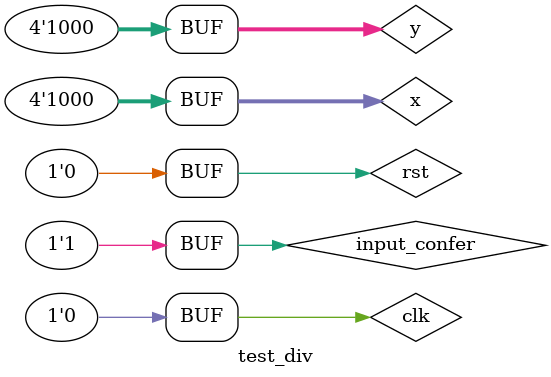
<source format=v>
`timescale 1ns / 1ps


module test_div(

    );
    reg [3:0] x,y;
    reg rst;
    reg clk;
    reg input_confer;
    wire [3:0] q,r;
    wire error, done;
    DIV d(.x(x), .y(y), .rst(rst), .clk(clk), .input_confer(input_confer), .q(q), .r(r), .error(error), .done(done));
    initial
        begin
            x = 4'd11;
            y = 4'd5;
            input_confer = 1;
            clk = 0;
            rst = 0;
            #5
            clk = 1;
            rst = 1;
            #5
            clk = 0;
            rst = 0;
            #5
            clk = 1;
            #5
            clk = 0;
            #5
            clk = 1;
            #5
            clk = 0;
            #5
            clk = 1;
            #5
            clk = 0;
            #5
            clk = 1;
            #5
            clk = 0;
            #5
            clk = 1;
            #5
            clk = 0;
            #5
            clk = 1;
            #5
            clk = 0;
            #5
            clk = 1;
            #5
            clk = 0;
            #5
            clk = 1;
            #5
            clk = 0;
            #5
            clk = 1;
            #5
            clk = 0;
            #5
            clk = 1;
            #5
            //=====================================
            x = 4'd8;
            y = 4'd8;
            clk = 0;
            rst = 0;
            #5
            clk = 1;
            rst = 1;
            #5
            clk = 0;
            rst = 0;
            #5
            clk = 1;
            #5
            clk = 0;
            #5
            clk = 1;
            #5
            clk = 0;
            #5
            clk = 1;
            #5
            clk = 0;
            #5
            clk = 1;
            #5
            clk = 0;
            #5
            clk = 1;
            #5
            clk = 0;
            #5
            clk = 1;
            #5
            clk = 0;
            #5
            clk = 1;
            #5
            clk = 0;
            #5
            clk = 1;
            #5
            clk = 0;
            #5
            clk = 1;
            #5
            clk = 0;
            #5
            clk = 1;
            #5
            clk = 0;
            #5
            clk = 1;
            #5
            clk = 0;
        end
endmodule

</source>
